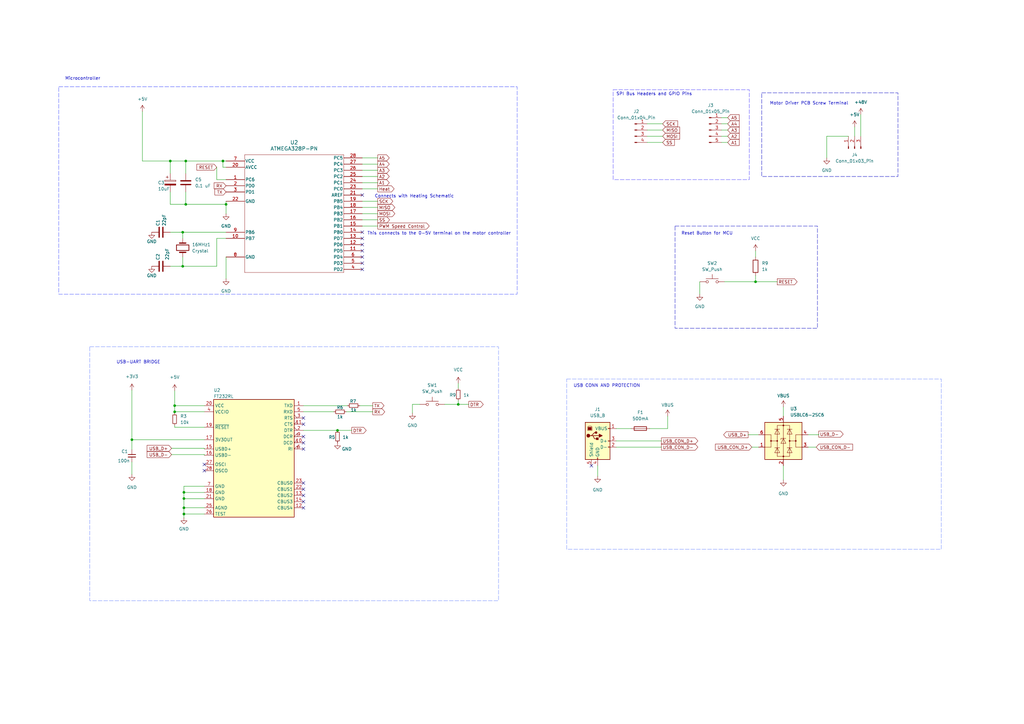
<source format=kicad_sch>
(kicad_sch (version 20230121) (generator eeschema)
  (paper "A3")
  (lib_symbols
    (symbol "2023-10-12_03-24-27:ATMEGA328P-PN" (pin_names (offset 0.254))
      (property "Reference" "U2" (at 27.94 10.16 0))
      (property "Value" "ATMEGA328P-PN" (at 27.94 7.62 0))
      (symbol "ATMEGA328P-PN_0_1"
        (polyline (pts (xy 7.62 -43.18) (xy 48.26 -43.18)) (stroke (width 0.127)))
        (polyline (pts (xy 7.62 5.08) (xy 7.62 -43.18)) (stroke (width 0.127)))
        (polyline (pts (xy 48.26 -43.18) (xy 48.26 5.08)) (stroke (width 0.127)))
        (polyline (pts (xy 48.26 5.08) (xy 7.62 5.08)) (stroke (width 0.127)))
        (pin bidirectional line (at 0 -5.08 0) (length 7.62) (name "PC6") (number "1"))
        (pin bidirectional line (at 0 -29.21 0) (length 7.62) (name "PB7") (number "10"))
        (pin bidirectional line (at 55.88 -34.29 180) (length 7.62) (name "PD5") (number "11"))
        (pin bidirectional line (at 55.88 -31.75 180) (length 7.62) (name "PD6") (number "12"))
        (pin bidirectional line (at 55.88 -29.21 180) (length 7.62) (name "PD7") (number "13"))
        (pin bidirectional line (at 55.88 -26.67 180) (length 7.62) (name "PB0") (number "14"))
        (pin bidirectional line (at 55.88 -24.13 180) (length 7.62) (name "PB1") (number "15"))
        (pin bidirectional line (at 55.88 -21.59 180) (length 7.62) (name "PB2") (number "16"))
        (pin bidirectional line (at 55.88 -19.05 180) (length 7.62) (name "PB3") (number "17"))
        (pin bidirectional line (at 55.88 -16.51 180) (length 7.62) (name "PB4") (number "18"))
        (pin bidirectional line (at 55.88 -13.97 180) (length 7.62) (name "PB5") (number "19"))
        (pin bidirectional line (at 0 -7.62 0) (length 7.62) (name "PD0") (number "2"))
        (pin power_in line (at 0 0 0) (length 7.62) (name "AVCC") (number "20"))
        (pin unspecified line (at 55.88 -11.43 180) (length 7.62) (name "AREF") (number "21"))
        (pin power_in line (at 0 -13.97 0) (length 7.62) (name "GND") (number "22"))
        (pin bidirectional line (at 55.88 -8.89 180) (length 7.62) (name "PC0") (number "23"))
        (pin bidirectional line (at 55.88 -6.35 180) (length 7.62) (name "PC1") (number "24"))
        (pin bidirectional line (at 55.88 -3.81 180) (length 7.62) (name "PC2") (number "25"))
        (pin bidirectional line (at 55.88 -1.27 180) (length 7.62) (name "PC3") (number "26"))
        (pin bidirectional line (at 55.88 1.27 180) (length 7.62) (name "PC4") (number "27"))
        (pin bidirectional line (at 55.88 3.81 180) (length 7.62) (name "PC5") (number "28"))
        (pin bidirectional line (at 0 -10.16 0) (length 7.62) (name "PD1") (number "3"))
        (pin bidirectional line (at 55.88 -41.91 180) (length 7.62) (name "PD2") (number "4"))
        (pin bidirectional line (at 55.88 -39.37 180) (length 7.62) (name "PD3") (number "5"))
        (pin bidirectional line (at 55.88 -36.83 180) (length 7.62) (name "PD4") (number "6"))
        (pin power_in line (at 0 2.54 0) (length 7.62) (name "VCC") (number "7"))
        (pin power_in line (at 0 -36.83 0) (length 7.62) (name "GND") (number "8"))
        (pin bidirectional line (at 0 -26.67 0) (length 7.62) (name "PB6") (number "9"))
      )
    )
    (symbol "Connector:Conn_01x03_Pin" (pin_names (offset 1.016) hide)
      (property "Reference" "J" (at 0 5.08 0))
      (property "Value" "Conn_01x03_Pin" (at 0 -5.08 0))
      (symbol "Conn_01x03_Pin_1_1"
        (polyline (pts (xy 1.27 -2.54) (xy 0.8636 -2.54)) (stroke (width 0.1524)))
        (polyline (pts (xy 1.27 0) (xy 0.8636 0)) (stroke (width 0.1524)))
        (polyline (pts (xy 1.27 2.54) (xy 0.8636 2.54)) (stroke (width 0.1524)))
        (rectangle (start 0.8636 -2.413) (end 0 -2.667) (stroke (width 0.1524)) (fill (type outline)))
        (rectangle (start 0.8636 0.127) (end 0 -0.127) (stroke (width 0.1524)) (fill (type outline)))
        (rectangle (start 0.8636 2.667) (end 0 2.413) (stroke (width 0.1524)) (fill (type outline)))
        (pin passive line (at 5.08 2.54 180) (length 3.81) (name "Pin_1") (number "1"))
        (pin passive line (at 5.08 0 180) (length 3.81) (name "Pin_2") (number "2"))
        (pin passive line (at 5.08 -2.54 180) (length 3.81) (name "Pin_3") (number "3"))
      )
    )
    (symbol "Connector:Conn_01x04_Pin" (pin_names (offset 1.016) hide)
      (property "Reference" "J" (at 0 5.08 0))
      (property "Value" "Conn_01x04_Pin" (at 0 -7.62 0))
      (symbol "Conn_01x04_Pin_1_1"
        (polyline (pts (xy 1.27 -5.08) (xy 0.8636 -5.08)) (stroke (width 0.1524)))
        (polyline (pts (xy 1.27 -2.54) (xy 0.8636 -2.54)) (stroke (width 0.1524)))
        (polyline (pts (xy 1.27 0) (xy 0.8636 0)) (stroke (width 0.1524)))
        (polyline (pts (xy 1.27 2.54) (xy 0.8636 2.54)) (stroke (width 0.1524)))
        (rectangle (start 0.8636 -4.953) (end 0 -5.207) (stroke (width 0.1524)) (fill (type outline)))
        (rectangle (start 0.8636 -2.413) (end 0 -2.667) (stroke (width 0.1524)) (fill (type outline)))
        (rectangle (start 0.8636 0.127) (end 0 -0.127) (stroke (width 0.1524)) (fill (type outline)))
        (rectangle (start 0.8636 2.667) (end 0 2.413) (stroke (width 0.1524)) (fill (type outline)))
        (pin passive line (at 5.08 2.54 180) (length 3.81) (name "Pin_1") (number "1"))
        (pin passive line (at 5.08 0 180) (length 3.81) (name "Pin_2") (number "2"))
        (pin passive line (at 5.08 -2.54 180) (length 3.81) (name "Pin_3") (number "3"))
        (pin passive line (at 5.08 -5.08 180) (length 3.81) (name "Pin_4") (number "4"))
      )
    )
    (symbol "Connector:Conn_01x05_Pin" (pin_names (offset 1.016) hide)
      (property "Reference" "J" (at 0 7.62 0))
      (property "Value" "Conn_01x05_Pin" (at 0 -7.62 0))
      (symbol "Conn_01x05_Pin_1_1"
        (polyline (pts (xy 1.27 -5.08) (xy 0.8636 -5.08)) (stroke (width 0.1524)))
        (polyline (pts (xy 1.27 -2.54) (xy 0.8636 -2.54)) (stroke (width 0.1524)))
        (polyline (pts (xy 1.27 0) (xy 0.8636 0)) (stroke (width 0.1524)))
        (polyline (pts (xy 1.27 2.54) (xy 0.8636 2.54)) (stroke (width 0.1524)))
        (polyline (pts (xy 1.27 5.08) (xy 0.8636 5.08)) (stroke (width 0.1524)))
        (rectangle (start 0.8636 -4.953) (end 0 -5.207) (stroke (width 0.1524)) (fill (type outline)))
        (rectangle (start 0.8636 -2.413) (end 0 -2.667) (stroke (width 0.1524)) (fill (type outline)))
        (rectangle (start 0.8636 0.127) (end 0 -0.127) (stroke (width 0.1524)) (fill (type outline)))
        (rectangle (start 0.8636 2.667) (end 0 2.413) (stroke (width 0.1524)) (fill (type outline)))
        (rectangle (start 0.8636 5.207) (end 0 4.953) (stroke (width 0.1524)) (fill (type outline)))
        (pin passive line (at 5.08 5.08 180) (length 3.81) (name "Pin_1") (number "1"))
        (pin passive line (at 5.08 2.54 180) (length 3.81) (name "Pin_2") (number "2"))
        (pin passive line (at 5.08 0 180) (length 3.81) (name "Pin_3") (number "3"))
        (pin passive line (at 5.08 -2.54 180) (length 3.81) (name "Pin_4") (number "4"))
        (pin passive line (at 5.08 -5.08 180) (length 3.81) (name "Pin_5") (number "5"))
      )
    )
    (symbol "Connector:USB_B" (pin_names (offset 1.016))
      (property "Reference" "J" (at -5.08 11.43 0))
      (property "Value" "USB_B" (at -5.08 8.89 0))
      (symbol "USB_B_0_1"
        (rectangle (start -5.08 -7.62) (end 5.08 7.62) (stroke (width 0.254)) (fill (type background)))
        (circle (center -3.81 2.159) (radius 0.635) (stroke (width 0.254)) (fill (type outline)))
        (rectangle (start -3.81 5.588) (end -2.54 4.572) (fill (type outline)))
        (circle (center -0.635 3.429) (radius 0.381) (stroke (width 0.254)) (fill (type outline)))
        (rectangle (start -0.127 -7.62) (end 0.127 -6.858))
        (polyline (pts (xy -1.905 2.159) (xy 0.635 2.159)) (stroke (width 0.254)))
        (polyline (pts (xy -3.175 2.159) (xy -2.54 2.159) (xy -1.27 3.429) (xy -0.635 3.429)) (stroke (width 0.254)))
        (polyline (pts (xy -2.54 2.159) (xy -1.905 2.159) (xy -1.27 0.889) (xy 0 0.889)) (stroke (width 0.254)))
        (polyline (pts (xy 0.635 2.794) (xy 0.635 1.524) (xy 1.905 2.159) (xy 0.635 2.794)) (stroke (width 0.254)) (fill (type outline)))
        (polyline (pts (xy -4.064 4.318) (xy -2.286 4.318) (xy -2.286 5.715) (xy -2.667 6.096) (xy -3.683 6.096) (xy -4.064 5.715) (xy -4.064 4.318)))
        (rectangle (start 0.254 1.27) (end -0.508 0.508) (stroke (width 0.254)) (fill (type outline)))
        (rectangle (start 5.08 -2.667) (end 4.318 -2.413))
        (rectangle (start 5.08 -0.127) (end 4.318 0.127))
        (rectangle (start 5.08 4.953) (end 4.318 5.207))
      )
      (symbol "USB_B_1_1"
        (pin power_out line (at 7.62 5.08 180) (length 2.54) (name "VBUS") (number "1"))
        (pin bidirectional line (at 7.62 -2.54 180) (length 2.54) (name "D-") (number "2"))
        (pin bidirectional line (at 7.62 0 180) (length 2.54) (name "D+") (number "3"))
        (pin power_out line (at 0 -10.16 90) (length 2.54) (name "GND") (number "4"))
        (pin passive line (at -2.54 -10.16 90) (length 2.54) (name "Shield") (number "5"))
      )
    )
    (symbol "Device:C" (pin_numbers hide) (pin_names (offset 0.254))
      (property "Reference" "C" (at 0.635 2.54 0))
      (property "Value" "C" (at 0.635 -2.54 0))
      (symbol "C_0_1"
        (polyline (pts (xy -2.032 -0.762) (xy 2.032 -0.762)) (stroke (width 0.508)))
        (polyline (pts (xy -2.032 0.762) (xy 2.032 0.762)) (stroke (width 0.508)))
      )
      (symbol "C_1_1"
        (pin passive line (at 0 3.81 270) (length 2.794) (name "~") (number "1"))
        (pin passive line (at 0 -3.81 90) (length 2.794) (name "~") (number "2"))
      )
    )
    (symbol "Device:C_Polarized" (pin_numbers hide) (pin_names (offset 0.254))
      (property "Reference" "C" (at 0.635 2.54 0))
      (property "Value" "C_Polarized" (at 0.635 -2.54 0))
      (symbol "C_Polarized_0_1"
        (rectangle (start -2.286 0.508) (end 2.286 1.016))
        (polyline (pts (xy -1.778 2.286) (xy -0.762 2.286)))
        (polyline (pts (xy -1.27 2.794) (xy -1.27 1.778)))
        (rectangle (start 2.286 -0.508) (end -2.286 -1.016) (fill (type outline)))
      )
      (symbol "C_Polarized_1_1"
        (pin passive line (at 0 3.81 270) (length 2.794) (name "~") (number "1"))
        (pin passive line (at 0 -3.81 90) (length 2.794) (name "~") (number "2"))
      )
    )
    (symbol "Device:C_Small" (pin_numbers hide) (pin_names (offset 0.254) hide)
      (property "Reference" "C" (at 0.254 1.778 0))
      (property "Value" "C_Small" (at 0.254 -2.032 0))
      (symbol "C_Small_0_1"
        (polyline (pts (xy -1.524 -0.508) (xy 1.524 -0.508)) (stroke (width 0.3302)))
        (polyline (pts (xy -1.524 0.508) (xy 1.524 0.508)) (stroke (width 0.3048)))
      )
      (symbol "C_Small_1_1"
        (pin passive line (at 0 2.54 270) (length 2.032) (name "~") (number "1"))
        (pin passive line (at 0 -2.54 90) (length 2.032) (name "~") (number "2"))
      )
    )
    (symbol "Device:Crystal" (pin_numbers hide) (pin_names (offset 1.016) hide)
      (property "Reference" "Y" (at 0 3.81 0))
      (property "Value" "Crystal" (at 0 -3.81 0))
      (symbol "Crystal_0_1"
        (rectangle (start -1.143 2.54) (end 1.143 -2.54) (stroke (width 0.3048)))
        (polyline (pts (xy -2.54 0) (xy -1.905 0)))
        (polyline (pts (xy -1.905 -1.27) (xy -1.905 1.27)) (stroke (width 0.508)))
        (polyline (pts (xy 1.905 -1.27) (xy 1.905 1.27)) (stroke (width 0.508)))
        (polyline (pts (xy 2.54 0) (xy 1.905 0)))
      )
      (symbol "Crystal_1_1"
        (pin passive line (at -3.81 0 0) (length 1.27) (name "1") (number "1"))
        (pin passive line (at 3.81 0 180) (length 1.27) (name "2") (number "2"))
      )
    )
    (symbol "Device:Fuse" (pin_numbers hide) (pin_names (offset 0))
      (property "Reference" "F" (at 2.032 0 90))
      (property "Value" "Fuse" (at -1.905 0 90))
      (symbol "Fuse_0_1"
        (rectangle (start -0.762 -2.54) (end 0.762 2.54) (stroke (width 0.254)))
        (polyline (pts (xy 0 2.54) (xy 0 -2.54)))
      )
      (symbol "Fuse_1_1"
        (pin passive line (at 0 3.81 270) (length 1.27) (name "~") (number "1"))
        (pin passive line (at 0 -3.81 90) (length 1.27) (name "~") (number "2"))
      )
    )
    (symbol "Device:R" (pin_numbers hide) (pin_names (offset 0))
      (property "Reference" "R" (at 2.032 0 90))
      (property "Value" "R" (at 0 0 90))
      (symbol "R_0_1"
        (rectangle (start -1.016 -2.54) (end 1.016 2.54) (stroke (width 0.254)))
      )
      (symbol "R_1_1"
        (pin passive line (at 0 3.81 270) (length 1.27) (name "~") (number "1"))
        (pin passive line (at 0 -3.81 90) (length 1.27) (name "~") (number "2"))
      )
    )
    (symbol "Device:R_Small" (pin_numbers hide) (pin_names (offset 0.254) hide)
      (property "Reference" "R" (at 0.762 0.508 0))
      (property "Value" "R_Small" (at 0.762 -1.016 0))
      (symbol "R_Small_0_1"
        (rectangle (start -0.762 1.778) (end 0.762 -1.778) (stroke (width 0.2032)))
      )
      (symbol "R_Small_1_1"
        (pin passive line (at 0 2.54 270) (length 0.762) (name "~") (number "1"))
        (pin passive line (at 0 -2.54 90) (length 0.762) (name "~") (number "2"))
      )
    )
    (symbol "Interface_USB:FT232RL"
      (property "Reference" "U?" (at -16.51 30.48 0))
      (property "Value" "FT232RL" (at -16.51 27.94 0))
      (symbol "FT232RL_0_1"
        (rectangle (start -16.51 26.67) (end 16.51 -21.59) (stroke (width 0.254)) (fill (type background)))
      )
      (symbol "FT232RL_1_1"
        (pin output line (at 20.32 24.13 180) (length 3.81) (name "TXD") (number "1"))
        (pin input input_low (at 20.32 8.89 180) (length 3.81) (name "DCD") (number "10"))
        (pin input input_low (at 20.32 16.51 180) (length 3.81) (name "CTS") (number "11"))
        (pin bidirectional line (at 20.32 -17.78 180) (length 3.81) (name "CBUS4") (number "12"))
        (pin bidirectional line (at 20.32 -12.7 180) (length 3.81) (name "CBUS2") (number "13"))
        (pin bidirectional line (at 20.32 -15.24 180) (length 3.81) (name "CBUS3") (number "14"))
        (pin bidirectional line (at -20.32 6.35 0) (length 3.81) (name "USBD+") (number "15"))
        (pin bidirectional line (at -20.32 3.81 0) (length 3.81) (name "USBD-") (number "16"))
        (pin power_out line (at -20.32 10.16 0) (length 3.81) (name "3V3OUT") (number "17"))
        (pin power_in line (at -20.3115 -11.4855 0) (length 3.81) (name "GND") (number "18"))
        (pin input line (at -20.32 15.24 0) (length 3.81) (name "~{RESET}") (number "19"))
        (pin output output_low (at 20.32 13.97 180) (length 3.81) (name "DTR") (number "2"))
        (pin power_in line (at -20.32 24.13 0) (length 3.81) (name "VCC") (number "20"))
        (pin power_in line (at -20.3115 -14.0255 0) (length 3.81) (name "GND") (number "21"))
        (pin bidirectional line (at 20.32 -10.16 180) (length 3.81) (name "CBUS1") (number "22"))
        (pin bidirectional line (at 20.32 -7.62 180) (length 3.81) (name "CBUS0") (number "23"))
        (pin power_in line (at -20.32 -17.78 0) (length 3.81) (name "AGND") (number "25"))
        (pin input line (at -20.32 -20.32 0) (length 3.81) (name "TEST") (number "26"))
        (pin input line (at -20.32 0 0) (length 3.81) (name "OSCI") (number "27"))
        (pin output line (at -20.32 -2.54 0) (length 3.81) (name "OSCO") (number "28"))
        (pin output output_low (at 20.32 19.05 180) (length 3.81) (name "RTS") (number "3"))
        (pin power_in line (at -20.32 21.59 0) (length 3.81) (name "VCCIO") (number "4"))
        (pin input line (at 20.32 21.59 180) (length 3.81) (name "RXD") (number "5"))
        (pin input input_low (at 20.32 6.35 180) (length 3.81) (name "RI") (number "6"))
        (pin power_in line (at -20.3115 -8.9455 0) (length 3.81) (name "GND") (number "7"))
        (pin input input_low (at 20.32 11.43 180) (length 3.81) (name "DCR") (number "9"))
      )
    )
    (symbol "Power_Protection:USBLC6-2SC6" (pin_names hide)
      (property "Reference" "U" (at 2.54 8.89 0))
      (property "Value" "USBLC6-2SC6" (at 2.54 -8.89 0))
      (symbol "USBLC6-2SC6_0_1"
        (rectangle (start -7.62 -7.62) (end 7.62 7.62) (stroke (width 0.254)) (fill (type background)))
        (circle (center -5.08 0) (radius 0.254) (fill (type outline)))
        (circle (center -2.54 0) (radius 0.254) (fill (type outline)))
        (rectangle (start -2.54 6.35) (end 2.54 -6.35))
        (circle (center 0 -6.35) (radius 0.254) (fill (type outline)))
        (polyline (pts (xy -5.08 -2.54) (xy -7.62 -2.54)))
        (polyline (pts (xy -5.08 0) (xy -5.08 -2.54)))
        (polyline (pts (xy -5.08 2.54) (xy -7.62 2.54)))
        (polyline (pts (xy -1.524 -2.794) (xy -3.556 -2.794)))
        (polyline (pts (xy -1.524 4.826) (xy -3.556 4.826)))
        (polyline (pts (xy 0 -7.62) (xy 0 -6.35)))
        (polyline (pts (xy 0 -6.35) (xy 0 1.27)))
        (polyline (pts (xy 0 1.27) (xy 0 6.35)))
        (polyline (pts (xy 0 6.35) (xy 0 7.62)))
        (polyline (pts (xy 1.524 -2.794) (xy 3.556 -2.794)))
        (polyline (pts (xy 1.524 4.826) (xy 3.556 4.826)))
        (polyline (pts (xy 5.08 -2.54) (xy 7.62 -2.54)))
        (polyline (pts (xy 5.08 0) (xy 5.08 -2.54)))
        (polyline (pts (xy 5.08 2.54) (xy 7.62 2.54)))
        (polyline (pts (xy -2.54 0) (xy -5.08 0) (xy -5.08 2.54)))
        (polyline (pts (xy 2.54 0) (xy 5.08 0) (xy 5.08 2.54)))
        (polyline (pts (xy -3.556 -4.826) (xy -1.524 -4.826) (xy -2.54 -2.794) (xy -3.556 -4.826)))
        (polyline (pts (xy -3.556 2.794) (xy -1.524 2.794) (xy -2.54 4.826) (xy -3.556 2.794)))
        (polyline (pts (xy -1.016 -1.016) (xy 1.016 -1.016) (xy 0 1.016) (xy -1.016 -1.016)))
        (polyline (pts (xy 1.016 1.016) (xy 0.762 1.016) (xy -1.016 1.016) (xy -1.016 0.508)))
        (polyline (pts (xy 3.556 -4.826) (xy 1.524 -4.826) (xy 2.54 -2.794) (xy 3.556 -4.826)))
        (polyline (pts (xy 3.556 2.794) (xy 1.524 2.794) (xy 2.54 4.826) (xy 3.556 2.794)))
        (circle (center 0 6.35) (radius 0.254) (fill (type outline)))
        (circle (center 2.54 0) (radius 0.254) (fill (type outline)))
        (circle (center 5.08 0) (radius 0.254) (fill (type outline)))
      )
      (symbol "USBLC6-2SC6_1_1"
        (pin passive line (at -10.16 -2.54 0) (length 2.54) (name "I/O1") (number "1"))
        (pin passive line (at 0 -10.16 90) (length 2.54) (name "GND") (number "2"))
        (pin passive line (at 10.16 -2.54 180) (length 2.54) (name "I/O2") (number "3"))
        (pin passive line (at 10.16 2.54 180) (length 2.54) (name "I/O2") (number "4"))
        (pin passive line (at 0 10.16 270) (length 2.54) (name "VBUS") (number "5"))
        (pin passive line (at -10.16 2.54 0) (length 2.54) (name "I/O1") (number "6"))
      )
    )
    (symbol "Switch:SW_Push" (pin_numbers hide) (pin_names (offset 1.016) hide)
      (property "Reference" "SW" (at 1.27 2.54 0))
      (property "Value" "SW_Push" (at 0 -1.524 0))
      (symbol "SW_Push_0_1"
        (circle (center -2.032 0) (radius 0.508))
        (polyline (pts (xy 0 1.27) (xy 0 3.048)))
        (polyline (pts (xy 2.54 1.27) (xy -2.54 1.27)))
        (circle (center 2.032 0) (radius 0.508))
        (pin passive line (at -5.08 0 0) (length 2.54) (name "1") (number "1"))
        (pin passive line (at 5.08 0 180) (length 2.54) (name "2") (number "2"))
      )
    )
    (symbol "power:+3V3" (power) (pin_names (offset 0))
      (property "Value" "+3V3" (at 0 3.556 0))
      (symbol "+3V3_0_1"
        (polyline (pts (xy -0.762 1.27) (xy 0 2.54)))
        (polyline (pts (xy 0 0) (xy 0 2.54)))
        (polyline (pts (xy 0 2.54) (xy 0.762 1.27)))
      )
      (symbol "+3V3_1_1"
        (pin power_in line (at 0 0 90) (length 0) hide (name "+3V3") (number "1"))
      )
    )
    (symbol "power:+48V" (power) (pin_names (offset 0))
      (property "Value" "+48V" (at 0 3.556 0))
      (symbol "+48V_0_1"
        (polyline (pts (xy -0.762 1.27) (xy 0 2.54)))
        (polyline (pts (xy 0 0) (xy 0 2.54)))
        (polyline (pts (xy 0 2.54) (xy 0.762 1.27)))
      )
      (symbol "+48V_1_1"
        (pin power_in line (at 0 0 90) (length 0) hide (name "+48V") (number "1"))
      )
    )
    (symbol "power:+5V" (power) (pin_names (offset 0))
      (property "Value" "+5V" (at 0 3.556 0))
      (symbol "+5V_0_1"
        (polyline (pts (xy -0.762 1.27) (xy 0 2.54)))
        (polyline (pts (xy 0 0) (xy 0 2.54)))
        (polyline (pts (xy 0 2.54) (xy 0.762 1.27)))
      )
      (symbol "+5V_1_1"
        (pin power_in line (at 0 0 90) (length 0) hide (name "+5V") (number "1"))
      )
    )
    (symbol "power:GND" (power) (pin_names (offset 0))
      (property "Value" "GND" (at 0 -3.81 0))
      (symbol "GND_0_1"
        (polyline (pts (xy 0 0) (xy 0 -1.27) (xy 1.27 -1.27) (xy 0 -2.54) (xy -1.27 -1.27) (xy 0 -1.27)))
      )
      (symbol "GND_1_1"
        (pin power_in line (at 0 0 270) (length 0) hide (name "GND") (number "1"))
      )
    )
    (symbol "power:VBUS" (power) (pin_names (offset 0))
      (property "Value" "VBUS" (at 0 3.81 0))
      (symbol "VBUS_0_1"
        (polyline (pts (xy -0.762 1.27) (xy 0 2.54)))
        (polyline (pts (xy 0 0) (xy 0 2.54)))
        (polyline (pts (xy 0 2.54) (xy 0.762 1.27)))
      )
      (symbol "VBUS_1_1"
        (pin power_in line (at 0 0 90) (length 0) hide (name "VBUS") (number "1"))
      )
    )
    (symbol "power:VCC" (power) (pin_names (offset 0))
      (property "Value" "VCC" (at 0 3.81 0))
      (symbol "VCC_0_1"
        (polyline (pts (xy -0.762 1.27) (xy 0 2.54)))
        (polyline (pts (xy 0 0) (xy 0 2.54)))
        (polyline (pts (xy 0 2.54) (xy 0.762 1.27)))
      )
      (symbol "VCC_1_1"
        (pin power_in line (at 0 0 90) (length 0) hide (name "VCC") (number "1"))
      )
    )
  )
  (junction (at 74.93 109.22))
  (junction (at 71.628 166.37))
  (junction (at 75.438 208.28))
  (junction (at 69.85 66.04))
  (junction (at 187.96 165.862))
  (junction (at 138.43 176.53))
  (junction (at 92.71 83.82))
  (junction (at 75.438 201.93))
  (junction (at 74.93 95.25))
  (junction (at 76.2 83.82))
  (junction (at 71.628 168.91))
  (junction (at 76.2 66.04))
  (junction (at 75.438 210.82))
  (junction (at 91.44 66.04))
  (junction (at 54.102 180.34))
  (junction (at 75.438 204.47))
  (junction (at 309.88 115.57))
  (no_connect (at 124.46 173.99))
  (no_connect (at 83.82 190.5))
  (no_connect (at 148.59 97.79))
  (no_connect (at 148.59 110.49))
  (no_connect (at 148.59 95.25))
  (no_connect (at 124.46 198.12))
  (no_connect (at 124.46 203.2))
  (no_connect (at 124.46 171.45))
  (no_connect (at 242.57 191.008))
  (no_connect (at 148.59 100.33))
  (no_connect (at 124.46 184.15))
  (no_connect (at 124.46 179.07))
  (no_connect (at 124.46 181.61))
  (no_connect (at 148.59 80.01))
  (no_connect (at 148.59 105.41))
  (no_connect (at 124.46 205.74))
  (no_connect (at 124.46 200.66))
  (no_connect (at 83.82 193.04))
  (no_connect (at 124.46 208.28))
  (no_connect (at 148.59 102.87))
  (no_connect (at 148.59 107.95))
  (wire (pts (xy 353.06 46.99) (xy 353.06 55.88)))
  (wire (pts (xy 148.59 90.17) (xy 154.94 90.17)))
  (wire (pts (xy 297.18 115.57) (xy 309.88 115.57)))
  (wire (pts (xy 266.446 175.768) (xy 273.812 175.768)))
  (wire (pts (xy 141.986 168.91) (xy 152.908 168.91)))
  (wire (pts (xy 69.85 109.22) (xy 74.93 109.22)))
  (wire (pts (xy 265.43 50.8) (xy 271.78 50.8)))
  (wire (pts (xy 92.71 82.55) (xy 92.71 83.82)))
  (wire (pts (xy 265.43 55.88) (xy 271.78 55.88)))
  (wire (pts (xy 339.09 55.88) (xy 347.98 55.88)))
  (wire (pts (xy 69.85 78.74) (xy 69.85 83.82)))
  (wire (pts (xy 88.9 68.58) (xy 88.9 73.66)))
  (wire (pts (xy 76.2 78.74) (xy 76.2 83.82)))
  (wire (pts (xy 265.43 58.42) (xy 271.78 58.42)))
  (wire (pts (xy 54.102 160.02) (xy 54.102 180.34)))
  (wire (pts (xy 75.438 204.47) (xy 75.438 208.28)))
  (wire (pts (xy 169.164 165.862) (xy 169.164 169.418)))
  (wire (pts (xy 187.96 165.862) (xy 192.278 165.862)))
  (wire (pts (xy 295.91 48.26) (xy 298.45 48.26)))
  (wire (pts (xy 124.46 166.37) (xy 142.494 166.37)))
  (wire (pts (xy 339.09 55.88) (xy 339.09 64.77)))
  (wire (pts (xy 148.59 74.93) (xy 154.94 74.93)))
  (wire (pts (xy 74.93 95.25) (xy 74.93 97.79)))
  (wire (pts (xy 148.59 72.39) (xy 154.94 72.39)))
  (wire (pts (xy 74.93 95.25) (xy 92.71 95.25)))
  (wire (pts (xy 69.85 95.25) (xy 74.93 95.25)))
  (wire (pts (xy 148.59 64.77) (xy 154.94 64.77)))
  (wire (pts (xy 75.4465 201.9855) (xy 75.438 201.93)))
  (wire (pts (xy 71.628 174.498) (xy 71.628 175.26)))
  (wire (pts (xy 74.93 109.22) (xy 88.9 109.22)))
  (wire (pts (xy 75.4465 199.4455) (xy 75.438 201.93)))
  (wire (pts (xy 74.93 105.41) (xy 74.93 109.22)))
  (wire (pts (xy 308.356 183.388) (xy 311.15 183.388)))
  (wire (pts (xy 92.71 73.66) (xy 88.9 73.66)))
  (wire (pts (xy 92.71 66.04) (xy 91.44 66.04)))
  (wire (pts (xy 138.43 176.53) (xy 144.272 176.53)))
  (wire (pts (xy 75.438 210.82) (xy 83.82 210.82)))
  (wire (pts (xy 75.4465 204.5255) (xy 83.8285 204.5255)))
  (wire (pts (xy 75.4465 201.9855) (xy 83.8285 201.9855)))
  (wire (pts (xy 350.52 52.07) (xy 350.52 55.88)))
  (wire (pts (xy 69.85 83.82) (xy 76.2 83.82)))
  (wire (pts (xy 69.85 66.04) (xy 69.85 71.12)))
  (wire (pts (xy 83.82 183.896) (xy 83.82 184.15)))
  (wire (pts (xy 88.9 109.22) (xy 88.9 97.79)))
  (wire (pts (xy 54.102 180.34) (xy 54.102 184.404)))
  (wire (pts (xy 287.02 115.57) (xy 287.02 120.65)))
  (wire (pts (xy 182.372 165.862) (xy 187.96 165.862)))
  (wire (pts (xy 148.59 67.31) (xy 154.94 67.31)))
  (wire (pts (xy 92.71 105.41) (xy 92.71 114.3)))
  (wire (pts (xy 147.574 166.37) (xy 152.908 166.37)))
  (wire (pts (xy 252.73 183.388) (xy 271.272 183.388)))
  (wire (pts (xy 187.96 164.338) (xy 187.96 165.862)))
  (wire (pts (xy 148.59 69.85) (xy 154.94 69.85)))
  (wire (pts (xy 58.42 66.04) (xy 69.85 66.04)))
  (wire (pts (xy 54.102 189.484) (xy 54.102 194.564)))
  (wire (pts (xy 309.88 115.57) (xy 318.77 115.57)))
  (wire (pts (xy 83.82 168.91) (xy 71.628 168.91)))
  (wire (pts (xy 148.59 92.71) (xy 154.94 92.71)))
  (wire (pts (xy 169.164 165.862) (xy 172.212 165.862)))
  (wire (pts (xy 295.91 50.8) (xy 298.45 50.8)))
  (wire (pts (xy 75.438 201.93) (xy 75.438 204.47)))
  (wire (pts (xy 76.2 83.82) (xy 92.71 83.82)))
  (wire (pts (xy 75.438 208.28) (xy 83.82 208.28)))
  (wire (pts (xy 331.47 178.308) (xy 335.788 178.308)))
  (wire (pts (xy 335.788 178.308) (xy 335.788 178.054)))
  (wire (pts (xy 252.73 175.768) (xy 258.826 175.768)))
  (wire (pts (xy 54.102 180.34) (xy 83.82 180.34)))
  (wire (pts (xy 71.628 166.37) (xy 71.628 168.91)))
  (wire (pts (xy 295.91 58.42) (xy 298.45 58.42)))
  (wire (pts (xy 148.59 87.63) (xy 154.94 87.63)))
  (wire (pts (xy 83.8285 199.4455) (xy 75.4465 199.4455)))
  (wire (pts (xy 71.628 175.26) (xy 83.82 175.26)))
  (wire (pts (xy 91.44 68.58) (xy 91.44 66.04)))
  (wire (pts (xy 58.42 66.04) (xy 58.42 45.72)))
  (wire (pts (xy 83.82 186.436) (xy 83.82 186.69)))
  (wire (pts (xy 321.31 191.008) (xy 321.31 196.85)))
  (wire (pts (xy 71.628 169.418) (xy 71.628 168.91)))
  (wire (pts (xy 92.71 68.58) (xy 91.44 68.58)))
  (wire (pts (xy 92.71 83.82) (xy 92.71 87.63)))
  (wire (pts (xy 69.85 66.04) (xy 76.2 66.04)))
  (wire (pts (xy 75.438 210.82) (xy 75.438 208.28)))
  (wire (pts (xy 331.47 183.388) (xy 334.772 183.388)))
  (wire (pts (xy 75.438 212.344) (xy 75.438 210.82)))
  (wire (pts (xy 75.4465 204.5255) (xy 75.438 204.47)))
  (wire (pts (xy 76.2 66.04) (xy 91.44 66.04)))
  (wire (pts (xy 88.9 97.79) (xy 92.71 97.79)))
  (wire (pts (xy 124.46 176.53) (xy 138.43 176.53)))
  (wire (pts (xy 295.91 55.88) (xy 298.45 55.88)))
  (wire (pts (xy 71.628 160.274) (xy 71.628 166.37)))
  (wire (pts (xy 71.628 166.37) (xy 83.82 166.37)))
  (wire (pts (xy 76.2 66.04) (xy 76.2 71.12)))
  (wire (pts (xy 295.91 53.34) (xy 298.45 53.34)))
  (wire (pts (xy 124.46 168.91) (xy 136.906 168.91)))
  (wire (pts (xy 148.59 77.47) (xy 154.94 77.47)))
  (wire (pts (xy 70.358 186.436) (xy 83.82 186.436)))
  (wire (pts (xy 148.59 82.55) (xy 154.94 82.55)))
  (wire (pts (xy 245.11 191.008) (xy 245.11 195.326)))
  (wire (pts (xy 321.31 166.878) (xy 321.31 170.688)))
  (wire (pts (xy 309.88 113.03) (xy 309.88 115.57)))
  (wire (pts (xy 309.88 102.87) (xy 309.88 105.41)))
  (wire (pts (xy 148.59 85.09) (xy 154.94 85.09)))
  (wire (pts (xy 265.43 53.34) (xy 271.78 53.34)))
  (wire (pts (xy 273.812 175.768) (xy 273.812 170.688)))
  (wire (pts (xy 187.96 157.226) (xy 187.96 159.258)))
  (wire (pts (xy 306.832 178.308) (xy 311.15 178.308)))
  (wire (pts (xy 252.73 180.848) (xy 271.272 180.848)))
  (wire (pts (xy 70.358 183.896) (xy 83.82 183.896)))
  (rectangle (start 312.42 38.1) (end 368.3 72.39) (stroke (width 0) (type dash)))
  (rectangle (start 24.13 35.56) (end 212.09 120.65) (stroke (width 0) (type dash) (color 65 78 255 1)))
  (rectangle (start 276.86 92.71) (end 335.28 134.62) (stroke (width 0) (type dash)))
  (rectangle (start 232.41 155.448) (end 386.08 225.298) (stroke (width 0) (type dash) (color 105 132 255 1)))
  (rectangle (start 251.46 36.83) (end 307.34 73.66) (stroke (width 0) (type dash) (color 72 58 255 1)))
  (rectangle (start 36.83 142.24) (end 204.47 246.38) (stroke (width 0) (type dash) (color 105 132 255 1)))
  (text "Reset Button for MCU\n" (at 279.4 96.52 0) (effects (font (size 1.27 1.27)) (justify left bottom)))
  (text "Connects with Heating Schematic" (at 153.67 81.28 0) (effects (font (size 1.27 1.27)) (justify left bottom)))
  (text "Microcontroller" (at 26.67 33.02 0) (effects (font (size 1.27 1.27)) (justify left bottom)))
  (text "Motor Driver PCB Screw Terminal" (at 347.98 43.18 0) (effects (font (size 1.27 1.27)) (justify right bottom)))
  (text "SPI Bus Headers and GPIO Pins" (at 252.73 39.37 0) (effects (font (size 1.27 1.27)) (justify left bottom)))
  (text "This connects to the 0-5V terminal on the motor controller" (at 209.55 96.52 0) (effects (font (size 1.27 1.27)) (justify right bottom)))
  (text "USB-UART BRIDGE \n" (at 47.752 149.352 0) (effects (font (size 1.27 1.27)) (justify left bottom)))
  (text "USB CONN AND PROTECTION\n" (at 235.204 159.004 0) (effects (font (size 1.27 1.27)) (justify left bottom)))
  (global_label "MOSI" (shape output) (at 154.94 87.63 0) (property "Intersheetrefs" "${INTERSHEET_REFS}" (effects hide)))
  (global_label "TX" (shape output) (at 152.908 166.37 0) (property "Intersheetrefs" "${INTERSHEET_REFS}" (effects hide)))
  (global_label "A5" (shape input) (at 298.45 48.26 0) (property "Intersheetrefs" "${INTERSHEET_REFS}" (effects hide)))
  (global_label "USB_CON_D+" (shape input) (at 308.356 183.388 180) (property "Intersheetrefs" "${INTERSHEET_REFS}" (effects hide)))
  (global_label "RESET" (shape input) (at 88.9 68.58 180) (property "Intersheetrefs" "${INTERSHEET_REFS}" (effects hide)))
  (global_label "A3" (shape output) (at 154.94 69.85 0) (property "Intersheetrefs" "${INTERSHEET_REFS}" (effects hide)))
  (global_label "USB_CON_D+" (shape output) (at 271.272 180.848 0) (property "Intersheetrefs" "${INTERSHEET_REFS}" (effects hide)))
  (global_label "SS" (shape input) (at 271.78 58.42 0) (property "Intersheetrefs" "${INTERSHEET_REFS}" (effects hide)))
  (global_label "A2" (shape input) (at 298.45 55.88 0) (property "Intersheetrefs" "${INTERSHEET_REFS}" (effects hide)))
  (global_label "A2" (shape output) (at 154.94 72.39 0) (property "Intersheetrefs" "${INTERSHEET_REFS}" (effects hide)))
  (global_label "USB_CON_D-" (shape output) (at 271.272 183.388 0) (property "Intersheetrefs" "${INTERSHEET_REFS}" (effects hide)))
  (global_label "MISO" (shape output) (at 154.94 85.09 0) (property "Intersheetrefs" "${INTERSHEET_REFS}" (effects hide)))
  (global_label "Heat" (shape output) (at 154.94 77.47 0) (property "Intersheetrefs" "${INTERSHEET_REFS}" (effects hide)))
  (global_label "MISO" (shape input) (at 271.78 53.34 0) (property "Intersheetrefs" "${INTERSHEET_REFS}" (effects hide)))
  (global_label "USB_D-" (shape input) (at 70.358 186.436 180) (property "Intersheetrefs" "${INTERSHEET_REFS}" (effects hide)))
  (global_label "A4" (shape output) (at 154.94 67.31 0) (property "Intersheetrefs" "${INTERSHEET_REFS}" (effects hide)))
  (global_label "RESET" (shape output) (at 318.77 115.57 0) (property "Intersheetrefs" "${INTERSHEET_REFS}" (effects hide)))
  (global_label "MOSI" (shape input) (at 271.78 55.88 0) (property "Intersheetrefs" "${INTERSHEET_REFS}" (effects hide)))
  (global_label "USB_D+" (shape output) (at 306.832 178.308 180) (property "Intersheetrefs" "${INTERSHEET_REFS}" (effects hide)))
  (global_label "DTR" (shape output) (at 144.272 176.53 0) (property "Intersheetrefs" "${INTERSHEET_REFS}" (effects hide)))
  (global_label "PWM Speed Control" (shape output) (at 154.94 92.71 0) (property "Intersheetrefs" "${INTERSHEET_REFS}" (effects hide)))
  (global_label "DTR" (shape output) (at 192.278 165.862 0) (property "Intersheetrefs" "${INTERSHEET_REFS}" (effects hide)))
  (global_label "RX" (shape output) (at 152.908 168.91 0) (property "Intersheetrefs" "${INTERSHEET_REFS}" (effects hide)))
  (global_label "USB_D+" (shape input) (at 70.358 183.896 180) (property "Intersheetrefs" "${INTERSHEET_REFS}" (effects hide)))
  (global_label "A5" (shape output) (at 154.94 64.77 0) (property "Intersheetrefs" "${INTERSHEET_REFS}" (effects hide)))
  (global_label "USB_D-" (shape output) (at 335.788 178.054 0) (property "Intersheetrefs" "${INTERSHEET_REFS}" (effects hide)))
  (global_label "SS" (shape output) (at 154.94 90.17 0) (property "Intersheetrefs" "${INTERSHEET_REFS}" (effects hide)))
  (global_label "TX" (shape input) (at 92.71 78.74 180) (property "Intersheetrefs" "${INTERSHEET_REFS}" (effects hide)))
  (global_label "SCK" (shape input) (at 271.78 50.8 0) (property "Intersheetrefs" "${INTERSHEET_REFS}" (effects hide)))
  (global_label "A1" (shape input) (at 298.45 58.42 0) (property "Intersheetrefs" "${INTERSHEET_REFS}" (effects hide)))
  (global_label "RX" (shape input) (at 92.71 76.2 180) (property "Intersheetrefs" "${INTERSHEET_REFS}" (effects hide)))
  (global_label "A4" (shape input) (at 298.45 50.8 0) (property "Intersheetrefs" "${INTERSHEET_REFS}" (effects hide)))
  (global_label "A3" (shape input) (at 298.45 53.34 0) (property "Intersheetrefs" "${INTERSHEET_REFS}" (effects hide)))
  (global_label "SCK" (shape output) (at 154.94 82.55 0) (property "Intersheetrefs" "${INTERSHEET_REFS}" (effects hide)))
  (global_label "USB_CON_D-" (shape input) (at 334.772 183.388 0) (property "Intersheetrefs" "${INTERSHEET_REFS}" (effects hide)))
  (global_label "A1" (shape output) (at 154.94 74.93 0) (property "Intersheetrefs" "${INTERSHEET_REFS}" (effects hide)))
  (symbol (lib_id "power:GND") (at 75.438 212.344 0) (unit 1)
    (property "Reference" "#PWR09" (effects hide))
    (property "Value" "GND" (at 75.438 216.916 0))
    (instances (project "USB Routing" (path "" (reference "#PWR09") (unit 1))) (project "Fufupot" (path "" (reference "#PWR012") (unit 1))))
  )
  (symbol (lib_id "Device:R_Small") (at 139.446 168.91 90) (unit 1)
    (property "Reference" "R6" (at 139.446 167.132 90))
    (property "Value" "1k" (at 139.446 170.942 90))
    (property "Footprint" "Resistor_SMD:R_0805_2012Metric" (effects hide))
    (instances (project "USB Routing" (path "" (reference "R6") (unit 1))) (project "Fufupot" (path "" (reference "R5") (unit 1))))
  )
  (symbol (lib_id "Device:C_Polarized") (at 69.85 74.93 0) (unit 1)
    (property "Reference" "C3" (at 64.77 74.93 0) (effects (justify left)))
    (property "Value" "10uF" (at 64.77 77.47 0) (effects (justify left)))
    (property "Footprint" "10 uF Cap:CAP_YX_5X11_RUB" (effects hide))
  )
  (symbol (lib_id "Device:Crystal") (at 74.93 101.6 90) (unit 1)
    (property "Reference" "16MHz1" (at 78.74 100.33 90) (effects (justify right)))
    (property "Value" "Crystal" (at 78.74 102.87 90) (effects (justify right)))
    (property "Footprint" "16 MHz Xtal Osc:XTAL_ABL-16_ABR" (effects hide))
  )
  (symbol (lib_id "power:GND") (at 138.43 181.61 0) (unit 1)
    (property "Reference" "#PWR017" (effects hide))
    (property "Value" "GND" (at 142.24 184.15 0))
    (instances (project "USB Routing" (path "" (reference "#PWR017") (unit 1))) (project "Fufupot" (path "" (reference "#PWR013") (unit 1))))
  )
  (symbol (lib_id "power:GND") (at 321.31 196.85 0) (unit 1)
    (property "Reference" "#PWR016" (effects hide))
    (property "Value" "GND" (at 321.31 202.438 0))
    (instances (project "USB Routing" (path "" (reference "#PWR016") (unit 1))) (project "Fufupot" (path "" (reference "#PWR020") (unit 1))))
  )
  (symbol (lib_id "Device:C_Small") (at 54.102 186.944 0) (unit 1)
    (property "Reference" "C1" (at 49.784 185.166 0) (effects (justify left)))
    (property "Value" "100n" (at 48.26 188.976 0) (effects (justify left)))
    (property "Footprint" "Capacitor_SMD:C_0805_2012Metric" (effects hide))
    (instances (project "USB Routing" (path "" (reference "C1") (unit 1))) (project "Fufupot" (path "" (reference "C4") (unit 1))))
  )
  (symbol (lib_id "power:GND") (at 62.23 109.22 0) (unit 1)
    (property "Reference" "#PWR07" (effects hide))
    (property "Value" "GND" (at 62.23 113.03 0))
  )
  (symbol (lib_id "power:+3V3") (at 54.102 160.02 0) (unit 1)
    (property "Reference" "#PWR04" (effects hide))
    (property "Value" "+3V3" (at 54.102 154.432 0))
    (instances (project "USB Routing" (path "" (reference "#PWR04") (unit 1))) (project "Fufupot" (path "" (reference "#PWR09") (unit 1))))
  )
  (symbol (lib_id "power:+48V") (at 353.06 46.99 0) (unit 1)
    (property "Reference" "#PWR04" (effects hide))
    (property "Value" "+48V" (at 353.06 41.91 0))
  )
  (symbol (lib_id "Connector:Conn_01x05_Pin") (at 290.83 53.34 0) (unit 1)
    (property "Reference" "J3" (at 291.465 43.18 0))
    (property "Value" "Conn_01x05_Pin" (at 291.465 45.72 0))
  )
  (symbol (lib_id "power:VBUS") (at 321.31 166.878 0) (unit 1)
    (property "Reference" "#PWR015" (effects hide))
    (property "Value" "VBUS" (at 321.31 162.306 0))
    (instances (project "USB Routing" (path "" (reference "#PWR015") (unit 1))) (project "Fufupot" (path "" (reference "#PWR019") (unit 1))))
  )
  (symbol (lib_id "Device:C") (at 76.2 74.93 0) (unit 1)
    (property "Reference" "C5" (at 80.01 73.66 0) (effects (justify left)))
    (property "Value" "0.1 uF" (at 80.01 76.2 0) (effects (justify left)))
  )
  (symbol (lib_id "power:GND") (at 92.71 87.63 0) (unit 1)
    (property "Reference" "#PWR02" (effects hide))
    (property "Value" "GND" (at 92.71 92.71 0))
  )
  (symbol (lib_id "Device:Fuse") (at 262.636 175.768 90) (unit 1)
    (property "Reference" "F1" (at 262.636 169.164 90))
    (property "Value" "500mA" (at 262.636 171.704 90))
    (property "Footprint" "Fuse:Fuse_1210_3225Metric" (effects hide))
  )
  (symbol (lib_id "power:GND") (at 339.09 64.77 0) (unit 1)
    (property "Reference" "#PWR03" (effects hide))
    (property "Value" "GND" (at 339.09 69.85 0))
  )
  (symbol (lib_id "power:GND") (at 92.71 114.3 0) (unit 1)
    (property "Reference" "#PWR08" (effects hide))
    (property "Value" "GND" (at 92.71 119.38 0))
  )
  (symbol (lib_id "power:GND") (at 245.11 195.326 0) (unit 1)
    (property "Reference" "#PWR06" (effects hide))
    (property "Value" "GND" (at 245.11 200.914 0))
    (instances (project "USB Routing" (path "" (reference "#PWR06") (unit 1))) (project "Fufupot" (path "" (reference "#PWR017") (unit 1))))
  )
  (symbol (lib_id "power:GND") (at 62.23 95.25 0) (unit 1)
    (property "Reference" "#PWR06" (effects hide))
    (property "Value" "GND" (at 62.23 99.06 0))
  )
  (symbol (lib_id "Device:C") (at 66.04 109.22 90) (unit 1)
    (property "Reference" "C2" (at 64.77 106.68 0) (effects (justify left)))
    (property "Value" "22pF" (at 68.58 106.68 0) (effects (justify left)))
    (property "Footprint" "22 pF Cap:CAP_K-SERIES_15-L2_VIS" (effects hide))
  )
  (symbol (lib_id "Connector:Conn_01x04_Pin") (at 260.35 53.34 0) (unit 1)
    (property "Reference" "J2" (at 260.985 45.72 0))
    (property "Value" "Conn_01x04_Pin" (at 260.985 48.26 0))
  )
  (symbol (lib_id "Device:C") (at 66.04 95.25 90) (unit 1)
    (property "Reference" "C1" (at 64.77 92.71 0) (effects (justify left)))
    (property "Value" "22pF" (at 67.31 92.71 0) (effects (justify left)))
    (property "Footprint" "22 pF Cap:CAP_K-SERIES_15-L2_VIS" (effects hide))
  )
  (symbol (lib_id "power:VCC") (at 187.96 157.226 0) (unit 1)
    (property "Reference" "#PWR027" (effects hide))
    (property "Value" "VCC" (at 187.96 151.638 0))
    (instances (project "USB Routing" (path "" (reference "#PWR027") (unit 1))) (project "Fufupot" (path "" (reference "#PWR016") (unit 1))))
  )
  (symbol (lib_id "Device:R_Small") (at 71.628 171.958 0) (unit 1)
    (property "Reference" "R3" (at 73.914 170.6879 0) (effects (justify left)))
    (property "Value" "10k" (at 73.914 173.2279 0) (effects (justify left)))
    (property "Footprint" "Resistor_SMD:R_0805_2012Metric" (effects hide))
    (instances (project "USB Routing" (path "" (reference "R3") (unit 1))) (project "Fufupot" (path "" (reference "R2") (unit 1))))
  )
  (symbol (lib_id "Device:R_Small") (at 145.034 166.37 90) (unit 1)
    (property "Reference" "R7" (at 144.78 164.592 90))
    (property "Value" "1k" (at 145.034 168.148 90))
    (property "Footprint" "Resistor_SMD:R_0805_2012Metric" (effects hide))
    (instances (project "USB Routing" (path "" (reference "R7") (unit 1))) (project "Fufupot" (path "" (reference "R6") (unit 1))))
  )
  (symbol (lib_id "Connector:Conn_01x03_Pin") (at 350.52 60.96 90) (unit 1)
    (property "Reference" "J4" (at 350.52 63.5 90))
    (property "Value" "Conn_01x03_Pin" (at 350.52 66.04 90))
  )
  (symbol (lib_id "power:GND") (at 54.102 194.564 0) (unit 1)
    (property "Reference" "#PWR05" (effects hide))
    (property "Value" "GND" (at 54.102 199.898 0))
    (instances (project "USB Routing" (path "" (reference "#PWR05") (unit 1))) (project "Fufupot" (path "" (reference "#PWR010") (unit 1))))
  )
  (symbol (lib_id "2023-10-12_03-24-27:ATMEGA328P-PN") (at 92.71 68.58 0) (unit 1)
    (property "Reference" "U2" (at 120.65 58.42 0) (effects (font (size 1.524 1.524))))
    (property "Value" "ATMEGA328P-PN" (at 120.65 60.96 0) (effects (font (size 1.524 1.524))))
    (property "Footprint" "footprints:28P3_ATM" (effects hide))
    (property "Datasheet" "ATMEGA328P-PN" (effects hide))
  )
  (symbol (lib_id "Power_Protection:USBLC6-2SC6") (at 321.31 180.848 0) (unit 1)
    (property "Reference" "U3" (at 324.0787 167.64 0) (effects (justify left)))
    (property "Value" "USBLC6-2SC6" (at 324.0787 170.18 0) (effects (justify left)))
    (property "Footprint" "Package_TO_SOT_SMD:SOT-23-6" (effects hide))
    (property "Datasheet" "https://www.st.com/resource/en/datasheet/usblc6-2.pdf" (effects hide))
    (instances (project "USB Routing" (path "" (reference "U3") (unit 1))) (project "Fufupot" (path "" (reference "U4") (unit 1))))
  )
  (symbol (lib_id "power:+5V") (at 71.628 160.274 0) (unit 1)
    (property "Reference" "#PWR08" (effects hide))
    (property "Value" "+5V" (at 71.628 154.686 0))
    (instances (project "USB Routing" (path "" (reference "#PWR08") (unit 1))) (project "Fufupot" (path "" (reference "#PWR011") (unit 1))))
  )
  (symbol (lib_id "power:+5V") (at 58.42 45.72 0) (unit 1)
    (property "Reference" "#PWR01" (effects hide))
    (property "Value" "+5V" (at 58.42 40.64 0))
  )
  (symbol (lib_id "Switch:SW_Push") (at 292.1 115.57 0) (unit 1)
    (property "Reference" "SW2" (at 292.1 107.95 0))
    (property "Value" "SW_Push" (at 292.1 110.49 0))
  )
  (symbol (lib_id "power:VCC") (at 309.88 102.87 0) (unit 1)
    (property "Reference" "#PWR021" (effects hide))
    (property "Value" "VCC" (at 309.88 97.79 0))
  )
  (symbol (lib_id "Device:R") (at 309.88 109.22 0) (unit 1)
    (property "Reference" "R9" (at 312.42 107.95 0) (effects (justify left)))
    (property "Value" "1k" (at 312.42 110.49 0) (effects (justify left)))
  )
  (symbol (lib_id "Device:R_Small") (at 187.96 161.798 180) (unit 1)
    (property "Reference" "R9" (at 185.674 162.052 0))
    (property "Value" "1k" (at 191.262 162.052 0))
    (property "Footprint" "Resistor_SMD:R_0805_2012Metric" (effects hide))
    (instances (project "USB Routing" (path "" (reference "R9") (unit 1))) (project "Fufupot" (path "" (reference "R8") (unit 1))))
  )
  (symbol (lib_id "Interface_USB:FT232RL") (at 104.14 190.5 0) (unit 1)
    (property "Reference" "U2" (at 87.63 160.02 0) (effects (justify left)))
    (property "Value" "FT232RL" (at 87.63 162.56 0) (effects (justify left)))
    (property "Footprint" "Package_SO:SSOP-28_5.3x10.2mm_P0.65mm" (effects hide))
    (property "Datasheet" "https://www.ftdichip.com/Support/Documents/DataSheets/ICs/DS_FT232R.pdf" (effects hide))
    (instances (project "USB Routing" (path "" (reference "U2") (unit 1))) (project "Fufupot" (path "" (reference "U3") (unit 1))))
  )
  (symbol (lib_id "power:GND") (at 287.02 120.65 0) (unit 1)
    (property "Reference" "#PWR022" (effects hide))
    (property "Value" "GND" (at 287.02 125.73 0))
  )
  (symbol (lib_id "power:+5V") (at 350.52 52.07 0) (unit 1)
    (property "Reference" "#PWR05" (effects hide))
    (property "Value" "+5V" (at 350.52 46.99 0))
  )
  (symbol (lib_id "Device:R_Small") (at 138.43 179.07 180) (unit 1)
    (property "Reference" "R5" (at 136.144 179.324 0))
    (property "Value" "1k" (at 141.732 179.324 0))
    (property "Footprint" "Resistor_SMD:R_0805_2012Metric" (effects hide))
    (instances (project "USB Routing" (path "" (reference "R5") (unit 1))) (project "Fufupot" (path "" (reference "R4") (unit 1))))
  )
  (symbol (lib_id "power:GND") (at 169.164 169.418 0) (unit 1)
    (property "Reference" "#PWR024" (effects hide))
    (property "Value" "GND" (at 169.164 174.498 0))
    (instances (project "USB Routing" (path "" (reference "#PWR024") (unit 1))) (project "Fufupot" (path "" (reference "#PWR015") (unit 1))))
  )
  (symbol (lib_id "Switch:SW_Push") (at 177.292 165.862 0) (unit 1)
    (property "Reference" "SW1" (at 177.292 157.988 0))
    (property "Value" "SW_Push" (at 177.292 160.528 0))
    (property "Footprint" "Button_Switch_SMD:SW_DIP_SPSTx04_Slide_6.7x11.72mm_W6.73mm_P2.54mm_LowProfile_JPin" (effects hide))
  )
  (symbol (lib_id "Connector:USB_B") (at 245.11 180.848 0) (unit 1)
    (property "Reference" "J1" (at 245.11 167.894 0))
    (property "Value" "USB_B" (at 245.11 170.434 0))
    (property "Footprint" "Connector_USB:USB_Micro-B_Amphenol_10104110_Horizontal" (effects hide))
    (property "Datasheet" " ~" (effects hide))
  )
  (symbol (lib_id "power:VBUS") (at 273.812 170.688 0) (unit 1)
    (property "Reference" "#PWR010" (effects hide))
    (property "Value" "VBUS" (at 273.812 166.116 0))
    (instances (project "USB Routing" (path "" (reference "#PWR010") (unit 1))) (project "Fufupot" (path "" (reference "#PWR018") (unit 1))))
  )
)
</source>
